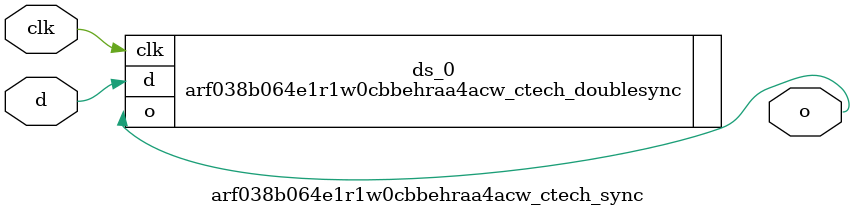
<source format=sv>

`ifndef ARF038B064E1R1W0CBBEHRAA4ACW_CTECH_SYNC_SV
`define ARF038B064E1R1W0CBBEHRAA4ACW_CTECH_SYNC_SV

module arf038b064e1r1w0cbbehraa4acw_ctech_sync (
  input  logic  clk,
  input  logic  d,

  output logic  o
);

  arf038b064e1r1w0cbbehraa4acw_ctech_doublesync ds_0 (.o(o), .d(d), .clk(clk));

endmodule // arf038b064e1r1w0cbbehraa4acw_ctech_sync

`endif // ARF038B064E1R1W0CBBEHRAA4ACW_CTECH_SYNC_SV
</source>
